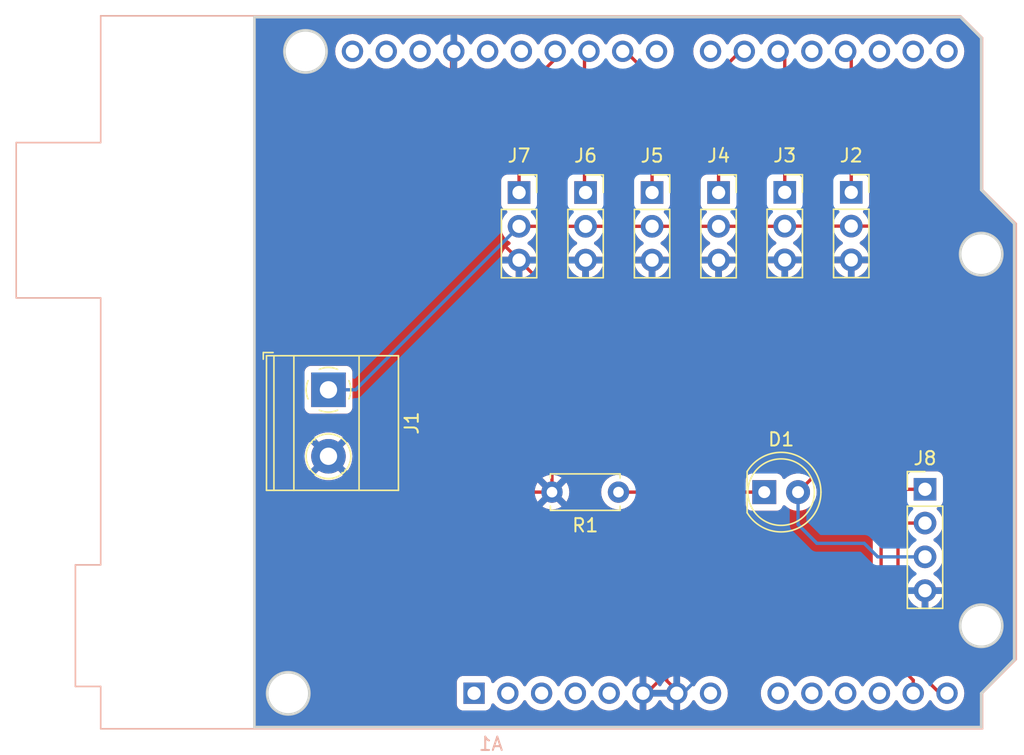
<source format=kicad_pcb>
(kicad_pcb (version 20221018) (generator pcbnew)
  (layers (0 "F.Cu" signal) (31 "B.Cu" signal) (34 "B.Paste" user) (35 "F.Paste" user) (36 "B.SilkS" user "B.Silkscreen") (37 "F.SilkS" user "F.Silkscreen") (38 "B.Mask" user) (39 "F.Mask" user) (44 "Edge.Cuts" user))
  (net 0 "")
  (net 6 "GND")
  (net 12 "/SDA")
  (net 13 "/SCL")
  (net 25 "Net-(D1-K)")
  (net 26 "-5V")
  (net 27 "/S0")
  (net 28 "/S1")
  (net 29 "/S2")
  (net 30 "/S3")
  (net 31 "/S4")
  (net 32 "/S5")
  (footprint "Connector_PinSocket_2.54mm:PinSocket_1x03_P2.54mm_Vertical" (layer "F.Cu") (at 162.025 43.475)
    (fp_text reference "J4" (at 0 -2.77) (layer "F.SilkS"))
    (fp_text value "Conn_01x03")
    (fp_line (start -1.33 1.27) (end -1.33 6.41) (stroke (width 0.12)) (layer "F.SilkS"))
    (fp_line (start -1.33 1.27) (end 1.33 1.27) (stroke (width 0.12)) (layer "F.SilkS"))
    (fp_line (start -1.33 6.41) (end 1.33 6.41) (stroke (width 0.12)) (layer "F.SilkS"))
    (fp_line (start 0 -1.33) (end 1.33 -1.33) (stroke (width 0.12)) (layer "F.SilkS"))
    (fp_line (start 1.33 -1.33) (end 1.33 0) (stroke (width 0.12)) (layer "F.SilkS"))
    (fp_line (start 1.33 1.27) (end 1.33 6.41) (stroke (width 0.12)) (layer "F.SilkS"))
    (pad "1" thru_hole rect (at 0 0) (size 1.7 1.7) (drill 1) (layers "*.Cu" "*.Mask") (net 29 "/S2"))
    (pad "2" thru_hole oval (at 0 2.54) (size 1.7 1.7) (drill 1) (layers "*.Cu" "*.Mask") (net 26 "-5V"))
    (pad "3" thru_hole oval (at 0 5.08) (size 1.7 1.7) (drill 1) (layers "*.Cu" "*.Mask") (net 6 "GND"))
  )
  (footprint "TerminalBlock_Phoenix:TerminalBlock_Phoenix_MKDS-1,5-2_1x02_P5.00mm_Horizontal" (layer "F.Cu") (at 132.695 58.305 -90)
    (fp_text reference "J1" (at 2.5 -6.26 90) (layer "F.SilkS"))
    (fp_text value "Screw_Terminal_01x02")
    (fp_line (start -2.8 4.16) (end -2.8 4.9) (stroke (width 0.12)) (layer "F.SilkS"))
    (fp_line (start -2.8 4.9) (end -2.3 4.9) (stroke (width 0.12)) (layer "F.SilkS"))
    (fp_line (start -2.56 -5.261) (end -2.56 4.66) (stroke (width 0.12)) (layer "F.SilkS"))
    (fp_line (start -2.56 -5.261) (end 7.56 -5.261) (stroke (width 0.12)) (layer "F.SilkS"))
    (fp_line (start -2.56 -2.301) (end 7.56 -2.301) (stroke (width 0.12)) (layer "F.SilkS"))
    (fp_line (start -2.56 2.6) (end 7.56 2.6) (stroke (width 0.12)) (layer "F.SilkS"))
    (fp_line (start -2.56 4.1) (end 7.56 4.1) (stroke (width 0.12)) (layer "F.SilkS"))
    (fp_line (start -2.56 4.66) (end 7.56 4.66) (stroke (width 0.12)) (layer "F.SilkS"))
    (fp_line (start 3.773 1.023) (end 3.726 1.069) (stroke (width 0.12)) (layer "F.SilkS"))
    (fp_line (start 3.966 1.239) (end 3.931 1.274) (stroke (width 0.12)) (layer "F.SilkS"))
    (fp_line (start 6.07 -1.275) (end 6.035 -1.239) (stroke (width 0.12)) (layer "F.SilkS"))
    (fp_line (start 6.275 -1.069) (end 6.228 -1.023) (stroke (width 0.12)) (layer "F.SilkS"))
    (fp_line (start 7.56 -5.261) (end 7.56 4.66) (stroke (width 0.12)) (layer "F.SilkS"))
    (fp_arc (start -1.535427 0.683042) (mid -1.680501 -0.000524) (end -1.535 -0.684) (stroke (width 0.12)) (layer "F.SilkS"))
    (fp_arc (start -0.683042 -1.535427) (mid 0.000524 -1.680501) (end 0.684 -1.535) (stroke (width 0.12)) (layer "F.SilkS"))
    (fp_arc (start 0.028805 1.680253) (mid -0.335551 1.646659) (end -0.684 1.535) (stroke (width 0.12)) (layer "F.SilkS"))
    (fp_arc (start 0.683318 1.534756) (mid 0.349292 1.643288) (end 0 1.68) (stroke (width 0.12)) (layer "F.SilkS"))
    (fp_arc (start 1.535427 -0.683042) (mid 1.680501 0.000524) (end 1.535 0.684) (stroke (width 0.12)) (layer "F.SilkS"))
    (fp_circle (center 5 0) (end 6.68 0) (stroke (width 0.12)) (fill none) (layer "F.SilkS"))
    (pad "1" thru_hole rect (at 0 0 270) (size 2.6 2.6) (drill 1.3) (layers "*.Cu" "*.Mask") (net 26 "-5V"))
    (pad "2" thru_hole circle (at 5 0 270) (size 2.6 2.6) (drill 1.3) (layers "*.Cu" "*.Mask") (net 6 "GND"))
  )
  (footprint "Connector_PinHeader_2.54mm:PinHeader_1x04_P2.54mm_Vertical" (layer "F.Cu") (at 177.546 65.786)
    (fp_text reference "J8" (at 0 -2.33) (layer "F.SilkS"))
    (fp_text value "Conn_01x04")
    (fp_line (start -1.33 -1.33) (end 0 -1.33) (stroke (width 0.12)) (layer "F.SilkS"))
    (fp_line (start -1.33 0) (end -1.33 -1.33) (stroke (width 0.12)) (layer "F.SilkS"))
    (fp_line (start -1.33 1.27) (end -1.33 8.95) (stroke (width 0.12)) (layer "F.SilkS"))
    (fp_line (start -1.33 1.27) (end 1.33 1.27) (stroke (width 0.12)) (layer "F.SilkS"))
    (fp_line (start -1.33 8.95) (end 1.33 8.95) (stroke (width 0.12)) (layer "F.SilkS"))
    (fp_line (start 1.33 1.27) (end 1.33 8.95) (stroke (width 0.12)) (layer "F.SilkS"))
    (pad "1" thru_hole rect (at 0 0) (size 1.7 1.7) (drill 1) (layers "*.Cu" "*.Mask") (net 12 "/SDA"))
    (pad "2" thru_hole oval (at 0 2.54) (size 1.7 1.7) (drill 1) (layers "*.Cu" "*.Mask") (net 13 "/SCL"))
    (pad "3" thru_hole oval (at 0 5.08) (size 1.7 1.7) (drill 1) (layers "*.Cu" "*.Mask") (net 26 "-5V"))
    (pad "4" thru_hole oval (at 0 7.62) (size 1.7 1.7) (drill 1) (layers "*.Cu" "*.Mask") (net 6 "GND"))
  )
  (footprint "LED_THT:LED_D5.0mm" (layer "F.Cu") (at 165.46 66)
    (fp_text reference "D1" (at 1.27 -3.96) (layer "F.SilkS"))
    (fp_text value "LED")
    (fp_line (start -1.29 -1.545) (end -1.29 1.545) (stroke (width 0.12)) (layer "F.SilkS"))
    (fp_arc (start -1.29 -1.54483) (mid 2.072002 -2.880433) (end 4.26 0.000462) (stroke (width 0.12)) (layer "F.SilkS"))
    (fp_arc (start 4.26 -0.000462) (mid 2.072002 2.880433) (end -1.29 1.54483) (stroke (width 0.12)) (layer "F.SilkS"))
    (fp_circle (center 1.27 0) (end 3.77 0) (stroke (width 0.12)) (fill none) (layer "F.SilkS"))
    (pad "1" thru_hole rect (at 0 0) (size 1.8 1.8) (drill 0.9) (layers "*.Cu" "*.Mask") (net 25 "Net-(D1-K)"))
    (pad "2" thru_hole circle (at 2.54 0) (size 1.8 1.8) (drill 0.9) (layers "*.Cu" "*.Mask") (net 26 "-5V"))
  )
  (footprint "Connector_PinSocket_2.54mm:PinSocket_1x03_P2.54mm_Vertical" (layer "F.Cu") (at 147.025 43.475)
    (fp_text reference "J7" (at 0 -2.77) (layer "F.SilkS"))
    (fp_text value "Conn_01x03")
    (fp_line (start -1.33 1.27) (end -1.33 6.41) (stroke (width 0.12)) (layer "F.SilkS"))
    (fp_line (start -1.33 1.27) (end 1.33 1.27) (stroke (width 0.12)) (layer "F.SilkS"))
    (fp_line (start -1.33 6.41) (end 1.33 6.41) (stroke (width 0.12)) (layer "F.SilkS"))
    (fp_line (start 0 -1.33) (end 1.33 -1.33) (stroke (width 0.12)) (layer "F.SilkS"))
    (fp_line (start 1.33 -1.33) (end 1.33 0) (stroke (width 0.12)) (layer "F.SilkS"))
    (fp_line (start 1.33 1.27) (end 1.33 6.41) (stroke (width 0.12)) (layer "F.SilkS"))
    (pad "1" thru_hole rect (at 0 0) (size 1.7 1.7) (drill 1) (layers "*.Cu" "*.Mask") (net 32 "/S5"))
    (pad "2" thru_hole oval (at 0 2.54) (size 1.7 1.7) (drill 1) (layers "*.Cu" "*.Mask") (net 26 "-5V"))
    (pad "3" thru_hole oval (at 0 5.08) (size 1.7 1.7) (drill 1) (layers "*.Cu" "*.Mask") (net 6 "GND"))
  )
  (footprint "Capacitor_THT:C_Disc_D5.0mm_W2.5mm_P5.00mm" (layer "F.Cu") (at 154.5 66 180)
    (fp_text reference "R1" (at 2.5 -2.5) (layer "F.SilkS"))
    (fp_text value "220")
    (fp_line (start -0.12 -1.37) (end -0.12 -1.055) (stroke (width 0.12)) (layer "F.SilkS"))
    (fp_line (start -0.12 -1.37) (end 5.12 -1.37) (stroke (width 0.12)) (layer "F.SilkS"))
    (fp_line (start -0.12 1.055) (end -0.12 1.37) (stroke (width 0.12)) (layer "F.SilkS"))
    (fp_line (start -0.12 1.37) (end 5.12 1.37) (stroke (width 0.12)) (layer "F.SilkS"))
    (fp_line (start 5.12 -1.37) (end 5.12 -1.055) (stroke (width 0.12)) (layer "F.SilkS"))
    (fp_line (start 5.12 1.055) (end 5.12 1.37) (stroke (width 0.12)) (layer "F.SilkS"))
    (pad "1" thru_hole circle (at 0 0 180) (size 1.6 1.6) (drill 0.8) (layers "*.Cu" "*.Mask") (net 25 "Net-(D1-K)"))
    (pad "2" thru_hole circle (at 5 0 180) (size 1.6 1.6) (drill 0.8) (layers "*.Cu" "*.Mask") (net 6 "GND"))
  )
  (footprint "Connector_PinSocket_2.54mm:PinSocket_1x03_P2.54mm_Vertical" (layer "F.Cu") (at 167 43.46)
    (fp_text reference "J3" (at 0 -2.77) (layer "F.SilkS"))
    (fp_text value "Conn_01x03")
    (fp_line (start -1.33 1.27) (end -1.33 6.41) (stroke (width 0.12)) (layer "F.SilkS"))
    (fp_line (start -1.33 1.27) (end 1.33 1.27) (stroke (width 0.12)) (layer "F.SilkS"))
    (fp_line (start -1.33 6.41) (end 1.33 6.41) (stroke (width 0.12)) (layer "F.SilkS"))
    (fp_line (start 0 -1.33) (end 1.33 -1.33) (stroke (width 0.12)) (layer "F.SilkS"))
    (fp_line (start 1.33 -1.33) (end 1.33 0) (stroke (width 0.12)) (layer "F.SilkS"))
    (fp_line (start 1.33 1.27) (end 1.33 6.41) (stroke (width 0.12)) (layer "F.SilkS"))
    (pad "1" thru_hole rect (at 0 0) (size 1.7 1.7) (drill 1) (layers "*.Cu" "*.Mask") (net 28 "/S1"))
    (pad "2" thru_hole oval (at 0 2.54) (size 1.7 1.7) (drill 1) (layers "*.Cu" "*.Mask") (net 26 "-5V"))
    (pad "3" thru_hole oval (at 0 5.08) (size 1.7 1.7) (drill 1) (layers "*.Cu" "*.Mask") (net 6 "GND"))
  )
  (footprint "Connector_PinSocket_2.54mm:PinSocket_1x03_P2.54mm_Vertical" (layer "F.Cu") (at 157.025 43.475)
    (fp_text reference "J5" (at 0 -2.77) (layer "F.SilkS"))
    (fp_text value "Conn_01x03")
    (fp_line (start -1.33 1.27) (end -1.33 6.41) (stroke (width 0.12)) (layer "F.SilkS"))
    (fp_line (start -1.33 1.27) (end 1.33 1.27) (stroke (width 0.12)) (layer "F.SilkS"))
    (fp_line (start -1.33 6.41) (end 1.33 6.41) (stroke (width 0.12)) (layer "F.SilkS"))
    (fp_line (start 0 -1.33) (end 1.33 -1.33) (stroke (width 0.12)) (layer "F.SilkS"))
    (fp_line (start 1.33 -1.33) (end 1.33 0) (stroke (width 0.12)) (layer "F.SilkS"))
    (fp_line (start 1.33 1.27) (end 1.33 6.41) (stroke (width 0.12)) (layer "F.SilkS"))
    (pad "1" thru_hole rect (at 0 0) (size 1.7 1.7) (drill 1) (layers "*.Cu" "*.Mask") (net 30 "/S3"))
    (pad "2" thru_hole oval (at 0 2.54) (size 1.7 1.7) (drill 1) (layers "*.Cu" "*.Mask") (net 26 "-5V"))
    (pad "3" thru_hole oval (at 0 5.08) (size 1.7 1.7) (drill 1) (layers "*.Cu" "*.Mask") (net 6 "GND"))
  )
  (footprint "Connector_PinSocket_2.54mm:PinSocket_1x03_P2.54mm_Vertical" (layer "F.Cu") (at 152.025 43.475)
    (fp_text reference "J6" (at 0 -2.77) (layer "F.SilkS"))
    (fp_text value "Conn_01x03")
    (fp_line (start -1.33 1.27) (end -1.33 6.41) (stroke (width 0.12)) (layer "F.SilkS"))
    (fp_line (start -1.33 1.27) (end 1.33 1.27) (stroke (width 0.12)) (layer "F.SilkS"))
    (fp_line (start -1.33 6.41) (end 1.33 6.41) (stroke (width 0.12)) (layer "F.SilkS"))
    (fp_line (start 0 -1.33) (end 1.33 -1.33) (stroke (width 0.12)) (layer "F.SilkS"))
    (fp_line (start 1.33 -1.33) (end 1.33 0) (stroke (width 0.12)) (layer "F.SilkS"))
    (fp_line (start 1.33 1.27) (end 1.33 6.41) (stroke (width 0.12)) (layer "F.SilkS"))
    (pad "1" thru_hole rect (at 0 0) (size 1.7 1.7) (drill 1) (layers "*.Cu" "*.Mask") (net 31 "/S4"))
    (pad "2" thru_hole oval (at 0 2.54) (size 1.7 1.7) (drill 1) (layers "*.Cu" "*.Mask") (net 26 "-5V"))
    (pad "3" thru_hole oval (at 0 5.08) (size 1.7 1.7) (drill 1) (layers "*.Cu" "*.Mask") (net 6 "GND"))
  )
  (footprint "Connector_PinSocket_2.54mm:PinSocket_1x03_P2.54mm_Vertical" (layer "F.Cu") (at 172 43.46)
    (fp_text reference "J2" (at 0 -2.77) (layer "F.SilkS"))
    (fp_text value "Conn_01x03")
    (fp_line (start -1.33 1.27) (end -1.33 6.41) (stroke (width 0.12)) (layer "F.SilkS"))
    (fp_line (start -1.33 1.27) (end 1.33 1.27) (stroke (width 0.12)) (layer "F.SilkS"))
    (fp_line (start -1.33 6.41) (end 1.33 6.41) (stroke (width 0.12)) (layer "F.SilkS"))
    (fp_line (start 0 -1.33) (end 1.33 -1.33) (stroke (width 0.12)) (layer "F.SilkS"))
    (fp_line (start 1.33 -1.33) (end 1.33 0) (stroke (width 0.12)) (layer "F.SilkS"))
    (fp_line (start 1.33 1.27) (end 1.33 6.41) (stroke (width 0.12)) (layer "F.SilkS"))
    (pad "1" thru_hole rect (at 0 0) (size 1.7 1.7) (drill 1) (layers "*.Cu" "*.Mask") (net 27 "/S0"))
    (pad "2" thru_hole oval (at 0 2.54) (size 1.7 1.7) (drill 1) (layers "*.Cu" "*.Mask") (net 26 "-5V"))
    (pad "3" thru_hole oval (at 0 5.08) (size 1.7 1.7) (drill 1) (layers "*.Cu" "*.Mask") (net 6 "GND"))
  )
  (footprint "Module:Arduino_UNO_R3" (layer "B.Cu") (at 143.64 81.12)
    (fp_text reference "A1" (at 1.27 3.81) (layer "B.SilkS") (effects (justify mirror)))
    (fp_text value "Arduino_UNO_R3")
    (fp_line (start -34.42 -41.4) (end -28.07 -41.4) (stroke (width 0.12)) (layer "B.SilkS"))
    (fp_line (start -34.42 -29.72) (end -34.42 -41.4) (stroke (width 0.12)) (layer "B.SilkS"))
    (fp_line (start -29.97 -9.65) (end -28.07 -9.65) (stroke (width 0.12)) (layer "B.SilkS"))
    (fp_line (start -29.97 -0.51) (end -29.97 -9.65) (stroke (width 0.12)) (layer "B.SilkS"))
    (fp_line (start -28.07 -50.93) (end 36.58 -50.93) (stroke (width 0.12)) (layer "B.SilkS"))
    (fp_line (start -28.07 -41.4) (end -28.07 -50.93) (stroke (width 0.12)) (layer "B.SilkS"))
    (fp_line (start -28.07 -29.72) (end -34.42 -29.72) (stroke (width 0.12)) (layer "B.SilkS"))
    (fp_line (start -28.07 -9.65) (end -28.07 -29.72) (stroke (width 0.12)) (layer "B.SilkS"))
    (fp_line (start -28.07 -0.51) (end -29.97 -0.51) (stroke (width 0.12)) (layer "B.SilkS"))
    (fp_line (start -28.07 2.67) (end -28.07 -0.51) (stroke (width 0.12)) (layer "B.SilkS"))
    (fp_line (start 36.58 -50.93) (end 38.23 -49.28) (stroke (width 0.12)) (layer "B.SilkS"))
    (fp_line (start 38.23 -49.28) (end 38.23 -37.85) (stroke (width 0.12)) (layer "B.SilkS"))
    (fp_line (start 38.23 -37.85) (end 40.77 -35.31) (stroke (width 0.12)) (layer "B.SilkS"))
    (fp_line (start 38.23 0) (end 38.23 2.67) (stroke (width 0.12)) (layer "B.SilkS"))
    (fp_line (start 38.23 2.67) (end -28.07 2.67) (stroke (width 0.12)) (layer "B.SilkS"))
    (fp_line (start 40.77 -35.31) (end 40.77 -2.54) (stroke (width 0.12)) (layer "B.SilkS"))
    (fp_line (start 40.77 -2.54) (end 38.23 0) (stroke (width 0.12)) (layer "B.SilkS"))
    (pad "1" thru_hole rect (at 0 0 270) (size 1.6 1.6) (drill 1) (layers "*.Cu" "*.Mask"))
    (pad "2" thru_hole oval (at 2.54 0 270) (size 1.6 1.6) (drill 1) (layers "*.Cu" "*.Mask"))
    (pad "3" thru_hole oval (at 5.08 0 270) (size 1.6 1.6) (drill 1) (layers "*.Cu" "*.Mask"))
    (pad "4" thru_hole oval (at 7.62 0 270) (size 1.6 1.6) (drill 1) (layers "*.Cu" "*.Mask"))
    (pad "5" thru_hole oval (at 10.16 0 270) (size 1.6 1.6) (drill 1) (layers "*.Cu" "*.Mask"))
    (pad "6" thru_hole oval (at 12.7 0 270) (size 1.6 1.6) (drill 1) (layers "*.Cu" "*.Mask") (net 6 "GND"))
    (pad "7" thru_hole oval (at 15.24 0 270) (size 1.6 1.6) (drill 1) (layers "*.Cu" "*.Mask") (net 6 "GND"))
    (pad "8" thru_hole oval (at 17.78 0 270) (size 1.6 1.6) (drill 1) (layers "*.Cu" "*.Mask"))
    (pad "9" thru_hole oval (at 22.86 0 270) (size 1.6 1.6) (drill 1) (layers "*.Cu" "*.Mask"))
    (pad "10" thru_hole oval (at 25.4 0 270) (size 1.6 1.6) (drill 1) (layers "*.Cu" "*.Mask"))
    (pad "11" thru_hole oval (at 27.94 0 270) (size 1.6 1.6) (drill 1) (layers "*.Cu" "*.Mask"))
    (pad "12" thru_hole oval (at 30.48 0 270) (size 1.6 1.6) (drill 1) (layers "*.Cu" "*.Mask"))
    (pad "13" thru_hole oval (at 33.02 0 270) (size 1.6 1.6) (drill 1) (layers "*.Cu" "*.Mask") (net 12 "/SDA"))
    (pad "14" thru_hole oval (at 35.56 0 270) (size 1.6 1.6) (drill 1) (layers "*.Cu" "*.Mask") (net 13 "/SCL"))
    (pad "15" thru_hole oval (at 35.56 -48.26 270) (size 1.6 1.6) (drill 1) (layers "*.Cu" "*.Mask"))
    (pad "16" thru_hole oval (at 33.02 -48.26 270) (size 1.6 1.6) (drill 1) (layers "*.Cu" "*.Mask"))
    (pad "17" thru_hole oval (at 30.48 -48.26 270) (size 1.6 1.6) (drill 1) (layers "*.Cu" "*.Mask"))
    (pad "18" thru_hole oval (at 27.94 -48.26 270) (size 1.6 1.6) (drill 1) (layers "*.Cu" "*.Mask") (net 27 "/S0"))
    (pad "19" thru_hole oval (at 25.4 -48.26 270) (size 1.6 1.6) (drill 1) (layers "*.Cu" "*.Mask"))
    (pad "20" thru_hole oval (at 22.86 -48.26 270) (size 1.6 1.6) (drill 1) (layers "*.Cu" "*.Mask") (net 28 "/S1"))
    (pad "21" thru_hole oval (at 20.32 -48.26 270) (size 1.6 1.6) (drill 1) (layers "*.Cu" "*.Mask") (net 29 "/S2"))
    (pad "22" thru_hole oval (at 17.78 -48.26 270) (size 1.6 1.6) (drill 1) (layers "*.Cu" "*.Mask"))
    (pad "23" thru_hole oval (at 13.72 -48.26 270) (size 1.6 1.6) (drill 1) (layers "*.Cu" "*.Mask"))
    (pad "24" thru_hole oval (at 11.18 -48.26 270) (size 1.6 1.6) (drill 1) (layers "*.Cu" "*.Mask") (net 30 "/S3"))
    (pad "25" thru_hole oval (at 8.64 -48.26 270) (size 1.6 1.6) (drill 1) (layers "*.Cu" "*.Mask") (net 31 "/S4"))
    (pad "26" thru_hole oval (at 6.1 -48.26 270) (size 1.6 1.6) (drill 1) (layers "*.Cu" "*.Mask") (net 32 "/S5"))
    (pad "27" thru_hole oval (at 3.56 -48.26 270) (size 1.6 1.6) (drill 1) (layers "*.Cu" "*.Mask"))
    (pad "28" thru_hole oval (at 1.02 -48.26 270) (size 1.6 1.6) (drill 1) (layers "*.Cu" "*.Mask"))
    (pad "29" thru_hole oval (at -1.52 -48.26 270) (size 1.6 1.6) (drill 1) (layers "*.Cu" "*.Mask") (net 6 "GND"))
    (pad "30" thru_hole oval (at -4.06 -48.26 270) (size 1.6 1.6) (drill 1) (layers "*.Cu" "*.Mask"))
    (pad "31" thru_hole oval (at -6.6 -48.26 270) (size 1.6 1.6) (drill 1) (layers "*.Cu" "*.Mask"))
    (pad "32" thru_hole oval (at -9.14 -48.26 270) (size 1.6 1.6) (drill 1) (layers "*.Cu" "*.Mask"))
  )
  (gr_circle (center 171.58 81.126) (end 171.834 81.126) (stroke (width 0.2)) (fill none) (layer "Edge.Cuts"))
  (gr_circle (center 176.66 32.866) (end 176.914 32.866) (stroke (width 0.2)) (fill none) (layer "Edge.Cuts"))
  (gr_circle (center 161.42 32.866) (end 161.674 32.866) (stroke (width 0.2)) (fill none) (layer "Edge.Cuts"))
  (gr_circle (center 179.2 81.126) (end 179.454 81.126) (stroke (width 0.2)) (fill none) (layer "Edge.Cuts"))
  (gr_circle (center 156.34 81.126) (end 156.594 81.126) (stroke (width 0.2)) (fill none) (layer "Edge.Cuts"))
  (gr_circle (center 146.18 81.126) (end 146.434 81.126) (stroke (width 0.2)) (fill none) (layer "Edge.Cuts"))
  (gr_line (start 181.77 31.852319) (end 180.205208 30.287527) (stroke (width 0.2)) (layer "Edge.Cuts"))
  (gr_line (start 184.25 45.82) (end 184.25 78.586) (stroke (width 0.2)) (layer "Edge.Cuts"))
  (gr_circle (center 134.526 32.866) (end 134.78 32.866) (stroke (width 0.2)) (fill none) (layer "Edge.Cuts"))
  (gr_circle (center 169.04 32.866) (end 169.294 32.866) (stroke (width 0.2)) (fill none) (layer "Edge.Cuts"))
  (gr_circle (center 151.26 81.126) (end 151.514 81.126) (stroke (width 0.2)) (fill none) (layer "Edge.Cuts"))
  (gr_circle (center 154.846 32.866) (end 155.1 32.866) (stroke (width 0.2)) (fill none) (layer "Edge.Cuts"))
  (gr_circle (center 137.066 32.866) (end 137.32 32.866) (stroke (width 0.2)) (fill none) (layer "Edge.Cuts"))
  (gr_circle (center 129.67 81.126) (end 131.2575 81.126) (stroke (width 0.2)) (fill none) (layer "Edge.Cuts"))
  (gr_line (start 181.77 31.852319) (end 181.77 43.28) (stroke (width 0.2)) (layer "Edge.Cuts"))
  (gr_circle (center 161.42 81.126) (end 161.674 81.126) (stroke (width 0.2)) (fill none) (layer "Edge.Cuts"))
  (gr_line (start 181.77 43.28) (end 184.25 45.82) (stroke (width 0.2)) (layer "Edge.Cuts"))
  (gr_circle (center 148.72 81.126) (end 148.974 81.126) (stroke (width 0.2)) (fill none) (layer "Edge.Cuts"))
  (gr_circle (center 158.88 81.126) (end 159.134 81.126) (stroke (width 0.2)) (fill none) (layer "Edge.Cuts"))
  (gr_circle (center 142.146 32.866) (end 142.4 32.866) (stroke (width 0.2)) (fill none) (layer "Edge.Cuts"))
  (gr_line (start 180.205208 30.287527) (end 127.13 30.287527) (stroke (width 0.2)) (layer "Edge.Cuts"))
  (gr_circle (center 139.606 32.866) (end 139.86 32.866) (stroke (width 0.2)) (fill none) (layer "Edge.Cuts"))
  (gr_line (start 181.77 83.666) (end 181.77 81.126) (stroke (width 0.2)) (layer "Edge.Cuts"))
  (gr_circle (center 147.226 32.866) (end 147.48 32.866) (stroke (width 0.2)) (fill none) (layer "Edge.Cuts"))
  (gr_circle (center 169.04 81.126) (end 169.294 81.126) (stroke (width 0.2)) (fill none) (layer "Edge.Cuts"))
  (gr_circle (center 174.12 81.126) (end 174.374 81.126) (stroke (width 0.2)) (fill none) (layer "Edge.Cuts"))
  (gr_circle (center 181.77 76.046) (end 183.3575 76.046) (stroke (width 0.2)) (fill none) (layer "Edge.Cuts"))
  (gr_circle (center 181.77 48.106) (end 183.3575 48.106) (stroke (width 0.2)) (fill none) (layer "Edge.Cuts"))
  (gr_circle (center 179.2 32.866) (end 179.454 32.866) (stroke (width 0.2)) (fill none) (layer "Edge.Cuts"))
  (gr_circle (center 152.306 32.866) (end 152.56 32.866) (stroke (width 0.2)) (fill none) (layer "Edge.Cuts"))
  (gr_circle (center 130.97 32.866) (end 132.5575 32.866) (stroke (width 0.2)) (fill none) (layer "Edge.Cuts"))
  (gr_circle (center 143.64 81.126) (end 143.894 81.126) (stroke (width 0.2)) (fill none) (layer "Edge.Cuts"))
  (gr_circle (center 149.766 32.866) (end 150.02 32.866) (stroke (width 0.2)) (fill none) (layer "Edge.Cuts"))
  (gr_line (start 181.77 83.666) (end 127.13 83.666) (stroke (width 0.2)) (layer "Edge.Cuts"))
  (gr_circle (center 157.386 32.866) (end 157.64 32.866) (stroke (width 0.2)) (fill none) (layer "Edge.Cuts"))
  (gr_circle (center 163.96 32.866) (end 164.214 32.866) (stroke (width 0.2)) (fill none) (layer "Edge.Cuts"))
  (gr_line (start 184.25 78.586) (end 181.77 81.126) (stroke (width 0.2)) (layer "Edge.Cuts"))
  (gr_circle (center 153.8 81.126) (end 154.054 81.126) (stroke (width 0.2)) (fill none) (layer "Edge.Cuts"))
  (gr_circle (center 166.5 32.866) (end 166.754 32.866) (stroke (width 0.2)) (fill none) (layer "Edge.Cuts"))
  (gr_circle (center 144.686 32.866) (end 144.94 32.866) (stroke (width 0.2)) (fill none) (layer "Edge.Cuts"))
  (gr_circle (center 166.5 81.126) (end 166.754 81.126) (stroke (width 0.2)) (fill none) (layer "Edge.Cuts"))
  (gr_circle (center 174.12 32.866) (end 174.374 32.866) (stroke (width 0.2)) (fill none) (layer "Edge.Cuts"))
  (gr_circle (center 176.66 81.126) (end 176.914 81.126) (stroke (width 0.2)) (fill none) (layer "Edge.Cuts"))
  (gr_circle (center 171.58 32.866) (end 171.834 32.866) (stroke (width 0.2)) (fill none) (layer "Edge.Cuts"))
  (gr_line (start 127.13 83.666) (end 127.13 30.287527) (stroke (width 0.2)) (layer "Edge.Cuts"))
  (segment (start 147.025 48.555) (end 141.949863 43.479863) (width 0.25) (layer "F.Cu") (net 6))
  (segment (start 156.790803 80.93253) (end 156.576137 80.93253) (width 0.25) (layer "F.Cu") (net 6))
  (segment (start 149.5 51.03) (end 147.025 48.555) (width 0.25) (layer "F.Cu") (net 6))
  (segment (start 158.12556 79) (end 158.12556 80.175896) (width 0.25) (layer "F.Cu") (net 6))
  (segment (start 156.576137 80.93253) (end 156.440846 80.87649) (width 0.25) (layer "F.Cu") (net 6))
  (segment (start 149.5 66) (end 158.12556 74.62556) (width 0.25) (layer "F.Cu") (net 6))
  (segment (start 149.5 66) (end 149.5 51.03) (width 0.25) (layer "F.Cu") (net 6))
  (segment (start 162.025 48.555) (end 166.985 48.555) (width 0.25) (layer "F.Cu") (net 6))
  (segment (start 158.12556 80.175896) (end 158.824104 80.87444) (width 0.25) (layer "F.Cu") (net 6))
  (segment (start 167 48.54) (end 172 48.54) (width 0.25) (layer "F.Cu") (net 6))
  (segment (start 158.824104 80.87444) (end 158.88 80.87444) (width 0.25) (layer "F.Cu") (net 6))
  (segment (start 158.12556 79) (end 158.12556 79.597773) (width 0.25) (layer "F.Cu") (net 6))
  (segment (start 158.12556 79.597773) (end 156.790803 80.93253) (width 0.25) (layer "F.Cu") (net 6))
  (segment (start 135.39 66) (end 132.695 63.305) (width 0.25) (layer "F.Cu") (net 6))
  (segment (start 141.949863 43.479863) (end 141.949863 33.31947) (width 0.25) (layer "F.Cu") (net 6))
  (segment (start 147.025 48.555) (end 152.025 48.555) (width 0.25) (layer "F.Cu") (net 6))
  (segment (start 157.025 48.555) (end 162.025 48.555) (width 0.25) (layer "F.Cu") (net 6))
  (segment (start 166.985 48.555) (end 167 48.54) (width 0.25) (layer "F.Cu") (net 6))
  (segment (start 158.12556 74.62556) (end 158.12556 79) (width 0.25) (layer "F.Cu") (net 6))
  (segment (start 152.025 48.555) (end 157.025 48.555) (width 0.25) (layer "F.Cu") (net 6))
  (segment (start 149.5 66) (end 135.39 66) (width 0.25) (layer "F.Cu") (net 6))
  (segment (start 161.544 74.676) (end 161.544 78.921229) (width 0.25) (layer "B.Cu") (net 6))
  (segment (start 159.38668 81.078549) (end 159.266469 81.078549) (width 0.25) (layer "B.Cu") (net 6))
  (segment (start 177.546 73.406) (end 162.814 73.406) (width 0.25) (layer "B.Cu") (net 6))
  (segment (start 161.544 78.921229) (end 159.38668 81.078549) (width 0.25) (layer "B.Cu") (net 6))
  (segment (start 162.814 73.406) (end 161.544 74.676) (width 0.25) (layer "B.Cu") (net 6))
  (segment (start 176.767661 81.12) (end 176.66 81.12) (width 0.25) (layer "F.Cu") (net 12))
  (segment (start 175.768 65.786) (end 174.244 67.31) (width 0.25) (layer "F.Cu") (net 12))
  (segment (start 176.66 80.14) (end 176.66 80.74444) (width 0.25) (layer "F.Cu") (net 12))
  (segment (start 174.244 77.724) (end 176.66 80.14) (width 0.25) (layer "F.Cu") (net 12))
  (segment (start 177.546 65.786) (end 175.768 65.786) (width 0.25) (layer "F.Cu") (net 12))
  (segment (start 174.244 67.31) (end 174.244 77.724) (width 0.25) (layer "F.Cu") (net 12))
  (segment (start 176.782814 81.104847) (end 176.767661 81.12) (width 0.25) (layer "F.Cu") (net 12))
  (segment (start 179.124104 81.50756) (end 179.358047 81.50756) (width 0.25) (layer "F.Cu") (net 13))
  (segment (start 179.586469 81.279138) (end 179.586469 81.078549) (width 0.25) (layer "F.Cu") (net 13))
  (segment (start 175.768 68.326) (end 175.514 68.58) (width 0.25) (layer "F.Cu") (net 13))
  (segment (start 179.358047 81.50756) (end 179.586469 81.279138) (width 0.25) (layer "F.Cu") (net 13))
  (segment (start 178.983863 81.44947) (end 179.124104 81.50756) (width 0.25) (layer "F.Cu") (net 13))
  (segment (start 175.514 68.58) (end 175.514 77.979607) (width 0.25) (layer "F.Cu") (net 13))
  (segment (start 175.514 77.979607) (end 178.983863 81.44947) (width 0.25) (layer "F.Cu") (net 13))
  (segment (start 177.546 68.326) (end 175.768 68.326) (width 0.25) (layer "F.Cu") (net 13))
  (segment (start 165.46 66) (end 154.5 66) (width 0.25) (layer "F.Cu") (net 25))
  (segment (start 173 64) (end 170 64) (width 0.25) (layer "F.Cu") (net 26))
  (segment (start 175 47) (end 175 62) (width 0.25) (layer "F.Cu") (net 26))
  (segment (start 157.025 46.015) (end 162.025 46.015) (width 0.25) (layer "F.Cu") (net 26))
  (segment (start 167 46) (end 172 46) (width 0.25) (layer "F.Cu") (net 26))
  (segment (start 170 64) (end 168 66) (width 0.25) (layer "F.Cu") (net 26))
  (segment (start 162.025 46.015) (end 166.985 46.015) (width 0.25) (layer "F.Cu") (net 26))
  (segment (start 147.025 46.015) (end 152.025 46.015) (width 0.25) (layer "F.Cu") (net 26))
  (segment (start 172 46) (end 174 46) (width 0.25) (layer "F.Cu") (net 26))
  (segment (start 175 62) (end 173 64) (width 0.25) (layer "F.Cu") (net 26))
  (segment (start 166.985 46.015) (end 167 46) (width 0.25) (layer "F.Cu") (net 26))
  (segment (start 152.025 46.015) (end 157.025 46.015) (width 0.25) (layer "F.Cu") (net 26))
  (segment (start 174 46) (end 175 47) (width 0.25) (layer "F.Cu") (net 26))
  (segment (start 168 66) (end 168 68.432) (width 0.25) (layer "B.Cu") (net 26))
  (segment (start 132.695 58.305) (end 134.735 58.305) (width 0.25) (layer "B.Cu") (net 26))
  (segment (start 172.974 69.85) (end 173.99 70.866) (width 0.25) (layer "B.Cu") (net 26))
  (segment (start 169.418 69.85) (end 172.974 69.85) (width 0.25) (layer "B.Cu") (net 26))
  (segment (start 173.99 70.866) (end 177.546 70.866) (width 0.25) (layer "B.Cu") (net 26))
  (segment (start 134.735 58.305) (end 147.025 46.015) (width 0.25) (layer "B.Cu") (net 26))
  (segment (start 168 68.432) (end 169.418 69.85) (width 0.25) (layer "B.Cu") (net 26))
  (segment (start 172 32.96208) (end 171.986469 32.948549) (width 0.25) (layer "F.Cu") (net 27))
  (segment (start 172 43.46) (end 172 32.96208) (width 0.25) (layer "F.Cu") (net 27))
  (segment (start 167 33.04208) (end 166.906469 32.948549) (width 0.25) (layer "F.Cu") (net 28))
  (segment (start 167 43.46) (end 167 33.04208) (width 0.25) (layer "F.Cu") (net 28))
  (segment (start 162.025 34.493544) (end 163.59844 32.920104) (width 0.25) (layer "F.Cu") (net 29))
  (segment (start 162.025 43.475) (end 162.025 34.493544) (width 0.25) (layer "F.Cu") (net 29))
  (segment (start 157.025 34.853617) (end 155.246306 33.074923) (width 0.25) (layer "F.Cu") (net 30))
  (segment (start 157.025 43.475) (end 157.025 34.853617) (width 0.25) (layer "F.Cu") (net 30))
  (segment (start 151.94444 43.39444) (end 151.94444 32.920104) (width 0.25) (layer "F.Cu") (net 31))
  (segment (start 152.025 43.475) (end 151.94444 43.39444) (width 0.25) (layer "F.Cu") (net 31))
  (segment (start 150.152469 33.019138) (end 150.152469 32.818549) (width 0.25) (layer "F.Cu") (net 32))
  (segment (start 147.025 43.475) (end 147.025 35.864333) (width 0.25) (layer "F.Cu") (net 32))
  (segment (start 147.307274 35.864333) (end 150.152469 33.019138) (width 0.25) (layer "F.Cu") (net 32))
  (segment (start 147.025 35.864333) (end 147.307274 35.864333) (width 0.25) (layer "F.Cu") (net 32))
  (zone (net 6) (net_name "GND") (layer "F.Cu") (connect_pads (clearance 0.5)) (min_thickness 0.25) (fill yes (thermal_gap 0.5) (thermal_bridge_width 0.5))
    (polygon (pts (xy 108 29) (xy 185 29) (xy 185 85) (xy 108 85)))
  )
  (zone (net 6) (net_name "GND") (layer "B.Cu") (priority 1) (connect_pads (clearance 0.5)) (min_thickness 0.25) (fill yes (thermal_gap 0.5) (thermal_bridge_width 0.5))
    (polygon (pts (xy 108 29) (xy 185 29) (xy 185 85) (xy 108 85)))
  )
)
</source>
